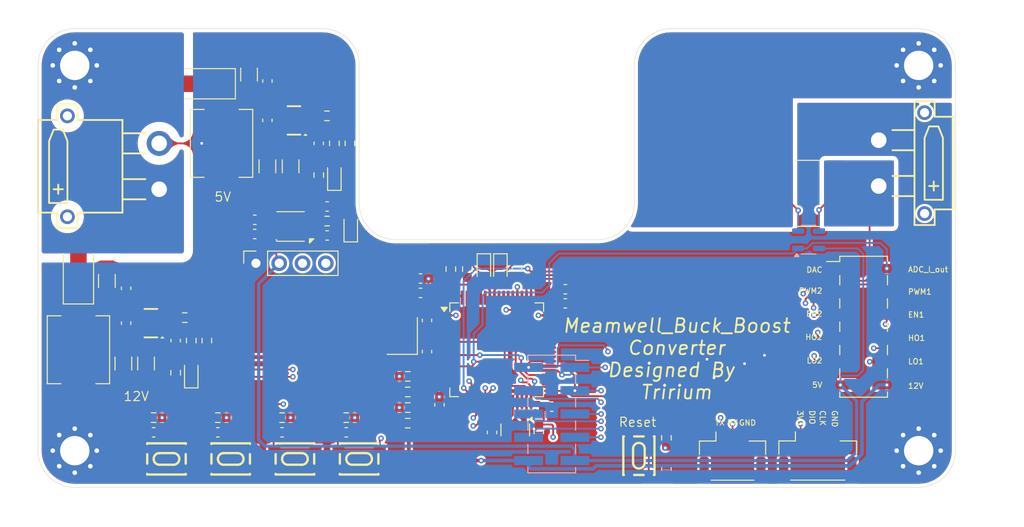
<source format=kicad_pcb>
(kicad_pcb (version 20240108) (generator "pcbnew") (generator_version "8.0")
  (layers (0 "F.Cu" power) (1 "In1.Cu" signal) (2 "In2.Cu" signal) (31 "B.Cu" power) (34 "B.Paste" user) (35 "F.Paste" user) (36 "B.SilkS" user "B.Silkscreen") (37 "F.SilkS" user "F.Silkscreen") (38 "B.Mask" user) (39 "F.Mask" user) (44 "Edge.Cuts" user))
  (net 0 "")
  (net 1 "3V3")
  (net 2 "GND")
  (net 3 "/MCU/VREF")
  (net 4 "/MCU/OSC_OUT")
  (net 5 "/MCU/OSC_IN")
  (net 6 "5V")
  (net 7 "/MCU/Protection_Sensor_Iout")
  (net 8 "Net-(D7-K)")
  (net 9 "Net-(D6-K)")
  (net 10 "Net-(U7-SW)")
  (net 11 "Net-(U7-BST)")
  (net 12 "Net-(U8-BST)")
  (net 13 "Net-(U8-SW)")
  (net 14 "Net-(U7-FB)")
  (net 15 "12V")
  (net 16 "Net-(U8-FB)")
  (net 17 "Net-(D3-A)")
  (net 18 "Net-(D5-A)")
  (net 19 "/MainCircuit/V_out+")
  (net 20 "Net-(D8-A)")
  (net 21 "Net-(D9-A)")
  (net 22 "Net-(D10-A)")
  (net 23 "/MCU/PWM1")
  (net 24 "/MCU/PWM2")
  (net 25 "/MCU/SWDIO")
  (net 26 "/MCU/SWCLK")
  (net 27 "/MCU/UART1_RX")
  (net 28 "/MCU/UART1_TX")
  (net 29 "Net-(U2-PB8)")
  (net 30 "/MCU/PB5")
  (net 31 "/MCU/PB4")
  (net 33 "V_in")
  (net 34 "/MCU/Protection_Sensor_Vin")
  (net 35 "Net-(U7-FS)")
  (net 36 "Net-(U8-FS)")
  (net 52 "/MCU/EN2")
  (net 55 "/MCU/OLED_SCL")
  (net 56 "/MCU/OLED_SDA")
  (net 57 "V_out")
  (net 59 "/MCU/LO2")
  (net 60 "/MCU/HO2")
  (net 61 "/MCU/LO1")
  (net 62 "/MCU/EN1")
  (net 63 "/MCU/HO1")
  (net 64 "/MCU/RESET")
  (net 66 "/MCU/Key2")
  (net 67 "/MCU/Key4")
  (net 68 "/MCU/Key1")
  (net 69 "/MCU/Key3")
  (net 72 "/MCU/Protection_Sensor_Vout")
  (net 76 "/MCU/DAC_out1")
  (footprint "Capacitor_SMD:C_0603_1608Metric_Pad1.08x0.95mm_HandSolder" (layer "F.Cu") (at 99.667978 126.305)
    (property "Reference" "C22" (hide yes))
    (property "Value" "100n")
  )
  (footprint "BuckBoost:XT30PW-F" (layer "F.Cu") (at 167.695 118.575 -90)
    (property "Reference" "J3" (hide yes))
    (property "Value" "Conn_01x02")
  )
  (footprint "Capacitor_SMD:C_0603_1608Metric_Pad1.08x0.95mm_HandSolder" (layer "F.Cu") (at 118.45 139.125 -90)
    (property "Reference" "C4" (hide yes))
    (property "Value" "10p")
  )
  (footprint "Resistor_SMD:R_0603_1608Metric_Pad0.98x0.95mm_HandSolder" (layer "F.Cu") (at 107.56 124.895)
    (property "Reference" "R18" (hide yes))
    (property "Value" "1K")
  )
  (footprint "Capacitor_SMD:C_0603_1608Metric_Pad1.08x0.95mm_HandSolder" (layer "F.Cu") (at 88.65 147.925 180)
    (property "Reference" "C12" (hide yes))
    (property "Value" "100n")
  )
  (footprint "Resistor_SMD:R_0603_1608Metric_Pad0.98x0.95mm_HandSolder" (layer "F.Cu") (at 108.35 116.425 -90)
    (property "Reference" "R21" (hide yes))
    (property "Value" "100k")
  )
  (footprint "Resistor_SMD:R_0603_1608Metric_Pad0.98x0.95mm_HandSolder" (layer "F.Cu") (at 128.25 130.125 90)
    (property "Reference" "R7" (hide yes))
    (property "Value" "1K")
  )
  (footprint "Resistor_SMD:R_0603_1608Metric_Pad0.98x0.95mm_HandSolder" (layer "F.Cu") (at 122.85 130.125 90)
    (property "Reference" "R5" (hide yes))
    (property "Value" "1K")
  )
  (footprint "Resistor_SMD:R_0603_1608Metric_Pad0.98x0.95mm_HandSolder" (layer "F.Cu") (at 92.75 137.925 -90)
    (property "Reference" "R19" (hide yes))
    (property "Value" "100k")
  )
  (footprint "Package_TO_SOT_SMD:SOT-23" (layer "F.Cu") (at 128.07 147.665 -90)
    (property "Reference" "U1" (hide yes))
    (property "Value" "REF3030")
  )
  (footprint "Capacitor_SMD:C_0603_1608Metric_Pad1.08x0.95mm_HandSolder" (layer "F.Cu") (at 99.68 124.755)
    (property "Reference" "C21" (hide yes))
    (property "Value" "4.7u")
  )
  (footprint "Resistor_SMD:R_0603_1608Metric_Pad0.98x0.95mm_HandSolder" (layer "F.Cu") (at 116.35 145.225)
    (property "Reference" "R12" (hide yes))
    (property "Value" "6k")
  )
  (footprint "Capacitor_SMD:C_0603_1608Metric_Pad1.08x0.95mm_HandSolder" (layer "F.Cu") (at 101.05 113.925 90)
    (property "Reference" "C28" (hide yes))
    (property "Value" "103")
  )
  (footprint "Capacitor_SMD:C_0603_1608Metric_Pad1.08x0.95mm_HandSolder" (layer "F.Cu") (at 130.64 147.935 90)
    (property "Reference" "C9" (hide yes))
    (property "Value" "100n")
  )
  (footprint "Resistor_SMD:R_0603_1608Metric_Pad0.98x0.95mm_HandSolder" (layer "F.Cu") (at 94.45 137.925 90)
    (property "Reference" "R20" (hide yes))
    (property "Value" "5.26k")
  )
  (footprint "Capacitor_SMD:C_1206_3216Metric_Pad1.33x1.80mm_HandSolder" (layer "F.Cu") (at 101.05 118.925 -90)
    (property "Reference" "C34" (hide yes))
    (property "Value" "22uf 0603")
  )
  (footprint "Package_QFP:LQFP-64_10x10mm_P0.5mm" (layer "F.Cu") (at 126.05 138.925)
    (property "Reference" "U2" (hide yes))
    (property "Value" "STM32G474RCTx")
  )
  (footprint "Resistor_SMD:R_0603_1608Metric_Pad0.98x0.95mm_HandSolder" (layer "F.Cu") (at 107.5425 113.425)
    (property "Reference" "R17" (hide yes))
    (property "Value" "100k")
  )
  (footprint "Crystal:Crystal_SMD_3225-4Pin_3.2x2.5mm" (layer "F.Cu") (at 115.75 137.425 90)
    (property "Reference" "Y1" (hide yes))
    (property "Value" "25M")
  )
  (footprint "Resistor_SMD:R_0603_1608Metric_Pad0.98x0.95mm_HandSolder" (layer "F.Cu") (at 116.35 141.825)
    (property "Reference" "R13" (hide yes))
    (property "Value" "6k")
  )
  (footprint "Resistor_SMD:R_0603_1608Metric_Pad0.98x0.95mm_HandSolder" (layer "F.Cu") (at 91.05 141.425 -90)
    (property "Reference" "R23" (hide yes))
    (property "Value" "1K")
  )
  (footprint "Resistor_SMD:R_0603_1608Metric_Pad0.98x0.95mm_HandSolder" (layer "F.Cu") (at 92.05 135.425)
    (property "Reference" "R16" (hide yes))
    (property "Value" "100k")
  )
  (footprint "Resistor_SMD:R_0603_1608Metric_Pad0.98x0.95mm_HandSolder" (layer "F.Cu") (at 121.05 130.125 90)
    (property "Reference" "R4" (hide yes))
    (property "Value" "10k")
  )
  (footprint "Inductor_SMD:L_Abracon_ASPI-0630LR" (layer "F.Cu") (at 80.45 138.925 -90)
    (property "Reference" "L1" (hide yes))
    (property "Value" "10uH")
  )
  (footprint "Resistor_SMD:R_0603_1608Metric_Pad0.98x0.95mm_HandSolder" (layer "F.Cu") (at 95.65 146.325 180)
    (property "Reference" "R9" (hide yes))
    (property "Value" "10k")
  )
  (footprint "Connector_PinHeader_2.54mm:PinHeader_2x06_P2.54mm_Vertical_SMD" (layer "F.Cu") (at 166.05 136.415)
    (property "Reference" "J4" (hide yes))
    (property "Value" "Conn_02x06_Odd_Even")
  )
  (footprint "BuckBoost:SW-SMD_4P-L4.2-W3.3-P2.15-LS5.1" (layer "F.Cu") (at 111.05 150.825 180)
    (property "Reference" "SW4" (hide yes))
    (property "Value" "SW_Push" (hide yes))
  )
  (footprint "Capacitor_SMD:C_0603_1608Metric_Pad1.08x0.95mm_HandSolder" (layer "F.Cu") (at 85.65 132.225 -90)
    (property "Reference" "C23" (hide yes))
    (property "Value" "100n")
  )
  (footprint "Connector_JST:JST_GH_SM03B-GHS-TB_1x03-1MP_P1.25mm_Horizontal" (layer "F.Cu") (at 151.76 150.585)
    (property "Reference" "J6" (hide yes))
    (property "Value" "Conn_01x03")
  )
  (footprint "BuckBoost:SW-SMD_4P-L4.2-W3.3-P2.15-LS5.1" (layer "F.Cu") (at 97.05 150.825 180)
    (property "Reference" "SW3" (hide yes))
    (property "Value" "SW_Push" (hide yes))
  )
  (footprint "LED_SMD:LED_0603_1608Metric_Pad1.05x0.95mm_HandSolder" (layer "F.Cu") (at 126.45 130.125 -90)
    (property "Reference" "D5" (hide yes))
    (property "Value" "green")
  )
  (footprint "Capacitor_SMD:C_0603_1608Metric_Pad1.08x0.95mm_HandSolder" (layer "F.Cu") (at 132.05 145.125 180)
    (property "Reference" "C7" (hide yes))
    (property "Value" "100n")
  )
  (footprint "Resistor_SMD:R_0603_1608Metric_Pad0.98x0.95mm_HandSolder" (layer "F.Cu") (at 102.65 146.325 180)
    (property "Reference" "R11" (hide yes))
    (property "Value" "10k")
  )
  (footprint "Resistor_SMD:R_0603_1608Metric_Pad0.98x0.95mm_HandSolder" (layer "F.Cu") (at 116.35 146.925)
    (property "Reference" "R14" (hide yes))
    (property "Value" "1k")
  )
  (footprint "BuckBoost:XT30PW-M" (layer "F.Cu") (at 89.25 118.925 90)
    (property "Reference" "J2" (hide yes))
    (property "Value" "Conn_01x02")
  )
  (footprint "BuckBoost:Resistance" (layer "F.Cu") (at 160.05 121.925)
    (property "Reference" "R2" (hide yes))
    (property "Value" "8m")
  )
  (footprint "LED_SMD:LED_0603_1608Metric_Pad1.05x0.95mm_HandSolder" (layer "F.Cu") (at 110.1375 125.505 90)
    (property "Reference" "D8" (hide yes))
    (property "Value" "LED")
  )
  (footprint "MountingHole:MountingHole_3.2mm_M3_Pad_Via" (layer "F.Cu") (at 172.05 149.925)
    (property "Reference" "H4" (hide yes))
    (property "Value" "MountingHole_Pad")
  )
  (footprint "BuckBoost:SOT-23-8" (layer "F.Cu") (at 103.95 113.925)
    (property "Reference" "U8" (hide yes))
    (property "Value" "SY8303")
  )
  (footprint "Capacitor_SMD:C_0603_1608Metric_Pad1.08x0.95mm_HandSolder" (layer "F.Cu") (at 101.05 109.625 -90)
    (property "Reference" "C24" (hide yes))
    (property "Value" "100n")
  )
  (footprint "MountingHole:MountingHole_3.2mm_M3_Pad_Via" (layer "F.Cu") (at 80.05 107.925)
    (property "Reference" "H1" (hide yes))
    (property "Value" "MountingHole_Pad")
  )
  (footprint "Resistor_SMD:R_0603_1608Metric_Pad0.98x0.95mm_HandSolder" (layer "F.Cu") (at 144.55 148.525 90)
    (property "Reference" "R3" (hide yes))
    (property "Value" "10k")
  )
  (footprint "Resistor_SMD:R_0603_1608Metric_Pad0.98x0.95mm_HandSolder" (layer "F.Cu") (at 116.35 143.525)
    (property "Reference" "R15" (hide yes))
    (property "Value" "1k")
  )
  (footprint "Diode_SMD:D_SMA" (layer "F.Cu") (at 94.05 109.925 180)
    (property "Reference" "D6" (hide yes))
    (property "Value" "B140-E3")
  )
  (footprint "Capacitor_SMD:C_0603_1608Metric_Pad1.08x0.95mm_HandSolder" (layer "F.Cu") (at 85.65 136.025 90)
    (property "Reference" "C27" (hide yes))
    (property "Value" "103")
  )
  (footprint "Capacitor_SMD:C_0603_1608Metric_Pad1.08x0.95mm_HandSolder" (layer "F.Cu") (at 109.65 147.925 180)
    (property "Reference" "C14" (hide yes))
    (property "Value" "100n")
  )
  (footprint "Connector_PinSocket_2.54mm:PinSocket_1x04_P2.54mm_Vertical" (layer "F.Cu") (at 99.8 129.495 90)
    (property "Reference" "J7" (hide yes))
    (property "Value" "Conn_01x04")
  )
  (footprint "Capacitor_SMD:C_0603_1608Metric_Pad1.08x0.95mm_HandSolder" (layer "F.Cu") (at 119.81 144.925 90)
    (property "Reference" "C10" (hide yes))
    (property "Value" "100n")
  )
  (footprint "Capacitor_SMD:C_0603_1608Metric_Pad1.08x0.95mm_HandSolder" (layer "F.Cu") (at 91.05 137.925 -90)
    (property "Reference" "C29" (hide yes))
    (property "Value" "101")
  )
  (footprint "MountingHole:MountingHole_3.2mm_M3_Pad_Via" (layer "F.Cu") (at 80.05 149.925)
    (property "Reference" "H2" (hide yes))
    (property "Value" "MountingHole_Pad")
  )
  (footprint "Resistor_SMD:R_0603_1608Metric_Pad0.98x0.95mm_HandSolder" (layer "F.Cu") (at 109.65 146.325 180)
    (property "Reference" "R10" (hide yes))
    (property "Value" "10k")
  )
  (footprint "Connector_JST:JST_GH_SM04B-GHS-TB_1x04-1MP_P1.25mm_Horizontal" (layer "F.Cu") (at 161.05 150.575)
    (property "Reference" "J5" (hide yes))
    (property "Value" "Conn_01x04")
  )
  (footprint "BuckBoost:SW-SMD_4P-L4.2-W3.3-P2.15-LS5.1" (layer "F.Cu") (at 104.05 150.825 180)
    (property "Reference" "SW5" (hide yes))
    (property "Value" "SW_Push" (hide yes))
  )
  (footprint "Capacitor_SMD:C_0603_1608Metric_Pad1.08x0.95mm_HandSolder" (layer "F.Cu") (at 133.53 132.325 180)
    (property "Reference" "C1" (hide yes))
    (property "Value" "100n")
  )
  (footprint "Capacitor_SMD:C_0603_1608Metric_Pad1.08x0.95mm_HandSolder" (layer "F.Cu") (at 107.56 126.465 180)
    (property "Reference" "C26" (hide yes))
    (property "Value" "100n")
  )
  (footprint "Capacitor_SMD:C_0603_1608Metric_Pad1.08x0.95mm_HandSolder" (layer "F.Cu") (at 125.54 147.9375 90)
    (property "Reference" "C2" (hide yes))
    (property "Value" "100n")
  )
  (footprint "Capacitor_SMD:C_0603_1608Metric_Pad1.08x0.95mm_HandSolder" (layer "F.Cu") (at 117.74 131.155)
    (property "Reference" "C11" (hide yes))
    (property "Value" "100n")
  )
  (footprint "Inductor_SMD:L_Abracon_ASPI-0630LR" (layer "F.Cu") (at 96.05 116.425 -90)
    (property "Reference" "L2" (hide yes))
    (property "Value" "15uH")
  )
  (footprint "LED_SMD:LED_0603_1608Metric_Pad1.05x0.95mm_HandSolder" (layer "F.Cu") (at 108.35 119.885 90)
    (property "Reference" "D10" (hide yes))
    (property "Value" "LED")
  )
  (footprint "Capacitor_SMD:C_1206_3216Metric_Pad1.33x1.80mm_HandSolder" (layer "F.Cu") (at 83.55 131.425 -90)
    (property "Reference" "C19" (hide yes))
    (property "Value" "106 1206")
  )
  (footprint "Resistor_SMD:R_0603_1608Metric_Pad0.98x0.95mm_HandSolder" (layer "F.Cu") (at 88.65 146.325 180)
    (property "Reference" "R8" (hide yes))
    (property "Value" "10k")
  )
  (footprint "Capacitor_SMD:C_0603_1608Metric_Pad1.08x0.95mm_HandSolder" (layer "F.Cu") (at 118.45 135.725 -90)
    (property "Reference" "C5" (hide yes))
    (property "Value" "10p")
  )
  (footprint "Capacitor_SMD:C_1206_3216Metric_Pad1.33x1.80mm_HandSolder" (layer "F.Cu") (at 87.82 140.425 -90)
    (property "Reference" "C31" (hide yes))
    (property "Value" "22uf 0603")
  )
  (footprint "Capacitor_SMD:C_0603_1608Metric_Pad1.08x0.95mm_HandSolder" (layer "F.Cu") (at 107.56 123.3025 180)
    (property "Reference" "C25" (hide yes))
    (property "Value" "4.7u")
  )
  (footprint "MountingHole:MountingHole_3.2mm_M3_Pad_Via" (layer "F.Cu") (at 172.05 107.925)
    (property "Reference" "H3" (hide yes))
    (property "Value" "MountingHole_Pad")
  )
  (footprint "LED_SMD:LED_0603_1608Metric_Pad1.05x0.95mm_HandSolder" (layer "F.Cu") (at 92.75 141.425 90)
    (property "Reference" "D9" (hide yes))
    (property "Value" "LED")
  )
  (footprint "Resistor_SMD:R_0603_1608Metric_Pad0.98x0.95mm_HandSolder" (layer "F.Cu") (at 110.05 116.4225 90)
    (property "Reference" "R22" (hide yes))
    (property "Value" "11.4k")
  )
  (footprint "Capacitor_SMD:C_0603_1608Metric_Pad1.08x0.95mm_HandSolder" (layer "F.Cu") (at 106.65 116.425 -90)
    (property "Reference" "C30" (hide yes))
    (property "Value" "101")
  )
  (footprint "Capacitor_SMD:C_0603_1608Metric_Pad1.08x0.95mm_HandSolder" (layer "F.Cu") (at 133.5275 133.865 180)
    (property "Reference" "C8" (hide yes))
    (property "Value" "100n")
  )
  (footprint "Capacitor_SMD:C_1206_3216Metric_Pad1.33x1.80mm_HandSolder" (layer "F.Cu") (at 85.35 140.425 -90)
    (property "Reference" "C33" (hide yes))
    (property "Value" "22uf 0603")
  )
  (footprint "Resistor_SMD:R_0603_1608Metric_Pad0.98x0.95mm_HandSolder" (layer "F.Cu") (at 106.65 119.88 -90)
    (property "Reference" "R24" (hide yes))
    (property "Value" "1K")
  )
  (footprint "BuckBoost:SW-SMD_4P-L4.2-W3.3-P2.15-LS5.1" (layer "F.Cu") (at 141.55 150.475 90)
    (property "Reference" "SW1" (hide yes))
    (property "Value" "SW_Push" (hide yes))
  )
  (footprint "BuckBoost:SW-SMD_4P-L4.2-W3.3-P2.15-LS5.1" (layer "F.Cu") (at 90.05 150.825 180)
    (property "Reference" "SW2" (hide yes))
    (property "Value" "SW_Push" (hide yes))
  )
  (footprint "Capacitor_SMD:C_1206_3216Metric_Pad1.33x1.80mm_HandSolder" (layer "F.Cu") (at 103.58 118.925 -90)
    (property "Reference" "C32" (hide yes))
    (property "Value" "22uf 0603")
  )
  (footprint "BuckBoost:SOT-23-8" (layer "F.Cu") (at 88.35 136.025)
    (property "Reference" "U7" (hide yes))
    (property "Value" "SY8303")
  )
  (footprint "Diode_SMD:D_SMA" (layer "F.Cu") (at 80.45 130.425 90)
    (property "Reference" "D7" (hide yes))
    (property "Value" "B140-E3")
  )
  (footprint "Capacitor_SMD:C_0603_1608Metric_Pad1.08x0.95mm_HandSolder" (layer "F.Cu") (at 144.55 151.925 -90)
    (property "Reference" "C3" (hide yes))
    (property "Value" "100n")
  )
  (footprint "Package_DFN_QFN:DFN-8-1EP_3x3mm_P0.65mm_EP1.55x2.4mm" (layer "F.Cu") (at 103.58 125.485 180)
    (property "Reference" "U6" (hide yes))
    (property "Value" "AP7361C")
  )
  (footprint "Capacitor_SMD:C_0603_1608Metric_Pad1.08x0.95mm_HandSolder" (layer "F.Cu") (at 117.7475 132.725)
    (property "Reference" "C6" (hide yes))
    (property "Value" "100n")
  )
  (footprint "LED_SMD:LED_0603_1608Metric_Pad1.05x0.95mm_HandSolder" (layer "F.Cu") (at 124.65 130.125 -90)
    (property "Reference" "D3" (hide yes))
    (property "Value" "blue")
  )
  (footprint "Capacitor_SMD:C_1206_3216Metric_Pad1.33x1.80mm_HandSolder" (layer "F.Cu") (at 99.05 108.925 -90)
    (property "Reference" "C20" (hide yes))
    (property "Value" "106 1206")
  )
  (footprint "Capacitor_SMD:C_0603_1608Metric_Pad1.08x0.95mm_HandSolder" (layer "F.Cu") (at 95.65 147.925 180)
    (property "Reference" "C13" (hide yes))
    (property "Value" "100n")
  )
  (footprint "Capacitor_SMD:C_0603_1608Metric_Pad1.08x0.95mm_HandSolder" (layer "F.Cu") (at 102.65 147.925 180)
    (property "Reference" "C15" (hide yes))
    (property "Value" "100n")
  )
  (footprint "Package_TO_SOT_SMD:SOT-23-5" (layer "B.Cu") (at 160.05 126.925)
    (property "Reference" "U3" (hide yes))
    (property "Value" "INA180A3")
  )
  (footprint "Connector_PinHeader_2.54mm:PinHeader_2x05_P2.54mm_Vertical_SMD" (layer "B.Cu") (at 132.05 145.925 180)
    (property "Reference" "J8" (hide yes))
    (property "Value" "Conn_02x05_Odd_Even")
  )
  (gr_arc (start 107.05 103.925) (mid 109.878427 105.096573) (end 111.05 107.925) (stroke (width 0.05)) (layer "Edge.Cuts"))
  (gr_arc (start 141.05 107.925) (mid 142.221573 105.096573) (end 145.05 103.925) (stroke (width 0.05)) (layer "Edge.Cuts"))
  (gr_line (start 176.05 149.925) (end 176.05 107.925) (stroke (width 0.05)) (layer "Edge.Cuts"))
  (gr_line (start 111.05 107.925) (end 111.05 122.925) (stroke (width 0.05)) (layer "Edge.Cuts"))
  (gr_arc (start 172.05 103.925) (mid 174.878427 105.096573) (end 176.05 107.925) (stroke (width 0.05)) (layer "Edge.Cuts"))
  (gr_line (start 141.05 107.925) (end 141.05 122.925) (stroke (width 0.05)) (layer "Edge.Cuts"))
  (gr_arc (start 141.05 122.925) (mid 139.878427 125.753427) (end 137.05 126.925) (stroke (width 0.05)) (layer "Edge.Cuts"))
  (gr_arc (start 80.05 153.925) (mid 77.221573 152.753427) (end 76.05 149.925) (stroke (width 0.05)) (layer "Edge.Cuts"))
  (gr_line (start 76.05 149.925) (end 76.05 107.925) (stroke (width 0.05)) (layer "Edge.Cuts"))
  (gr_line (start 115.05 126.925) (end 137.05 126.925) (stroke (width 0.05)) (layer "Edge.Cuts"))
  (gr_line (start 172.05 153.925) (end 80.05 153.925) (stroke (width 0.05)) (layer "Edge.Cuts"))
  (gr_line (start 107.05 103.925) (end 80.05 103.925) (stroke (width 0.05)) (layer "Edge.Cuts"))
  (gr_line (start 172.05 103.925) (end 145.05 103.925) (stroke (width 0.05)) (layer "Edge.Cuts"))
  (gr_arc (start 115.05 126.925) (mid 112.221573 125.753427) (end 111.05 122.925) (stroke (width 0.05)) (layer "Edge.Cuts"))
  (gr_arc (start 176.05 149.925) (mid 174.878427 152.753427) (end 172.05 153.925) (stroke (width 0.05)) (layer "Edge.Cuts"))
  (gr_arc (start 76.05 107.925) (mid 77.221573 105.096573) (end 80.05 103.925) (stroke (width 0.05)) (layer "Edge.Cuts"))
  (gr_text "RX" (at 151.11 147.235 0) (layer "F.SilkS") (effects (font (size 0.6 0.6) (thickness 0.1)) (justify left bottom)))
  (gr_text "GND\n" (at 162.54 145.465 270) (layer "F.SilkS") (effects (font (size 0.6 0.6) (thickness 0.1)) (justify left bottom)))
  (gr_text "PWM1\n\n\n" (at 170.84 134.885 0) (layer "F.SilkS") (effects (font (size 0.6 0.6) (thickness 0.1)) (justify left bottom)))
  (gr_text "DIO\n" (at 160.08 145.465 -90) (layer "F.SilkS") (effects (font (size 0.6 0.6) (thickness 0.1)) (justify left bottom)))
  (gr_text "GND\n" (at 152.41 147.235 0) (layer "F.SilkS") (effects (font (size 0.6 0.6) (thickness 0.1)) (justify left bottom)))
  (gr_text "3V3\n" (at 158.78 145.465 -90) (layer "F.SilkS") (effects (font (size 0.6 0.6) (thickness 0.1)) (justify left bottom)))
  (gr_text "HO2\n\n" (at 159.644286 138.865 0) (layer "F.SilkS") (effects (font (size 0.6 0.6) (thickness 0.1)) (justify left bottom)))
  (gr_text "HO1\n\n" (at 170.84 138.965 0) (layer "F.SilkS") (effects (font (size 0.6 0.6) (thickness 0.1)) (justify left bottom)))
  (gr_text "Reset" (at 139.28 147.405 0) (layer "F.SilkS") (effects (font (size 1 1) (thickness 0.12)) (justify left bottom)))
  (gr_text "5V" (at 95.21 122.845 0) (layer "F.SilkS") (effects (font (size 1 1) (thickness 0.12)) (justify left bottom)))
  (gr_text "LO1\n\n" (at 170.84 141.525 0) (layer "F.SilkS") (effects (font (size 0.6 0.6) (thickness 0.1)) (justify left bottom)))
  (gr_text "CLK\n" (at 161.23 145.465 270) (layer "F.SilkS") (effects (font (size 0.6 0.6) (thickness 0.1)) (justify left bottom)))
  (gr_text "5V\n" (at 160.387142 143.115 0) (layer "F.SilkS") (effects (font (size 0.6 0.6) (thickness 0.1)) (justify left bottom)))
  (gr_text "DAC\n" (at 159.758571 130.565 0) (layer "F.SilkS") (effects (font (size 0.6 0.6) (thickness 0.1)) (justify left bottom)))
  (gr_text "Meamwell_Buck_Boost\nConverter\nDesigned By \nTririum" (at 145.65 144.425 0) (layer "F.SilkS") (effects (font (size 1.5 1.5) (thickness 0.2) (bold yes) (italic yes)) (justify bottom)))
  (gr_text "EN2\n\n" (at 159.73 136.325 0) (layer "F.SilkS") (effects (font (size 0.6 0.6) (thickness 0.1)) (justify left bottom)))
  (gr_text "ADC_I_out\n" (at 170.84 130.525 0) (layer "F.SilkS") (effects (font (size 0.6 0.6) (thickness 0.1)) (justify left bottom)))
  (gr_text "TX" (at 149.79 147.235 0) (layer "F.SilkS") (effects (font (size 0.6 0.6) (thickness 0.1)) (justify left bottom)))
  (gr_text "PWM2\n\n\n" (at 158.93 134.785 0) (layer "F.SilkS") (effects (font (size 0.6 0.6) (thickness 0.1)) (justify left bottom)))
  (gr_text "LO2\n\n" (at 159.787143 141.425 0) (layer "F.SilkS") (effects (font (size 0.6 0.6) (thickness 0.1)) (justify left bottom)))
  (gr_text "12V\n" (at 170.84 143.215 0) (layer "F.SilkS") (effects (font (size 0.6 0.6) (thickness 0.1)) (justify left bottom)))
  (gr_text "12V" (at 85.3 144.595 0) (layer "F.SilkS") (effects (font (size 1 1) (thickness 0.12)) (justify left bottom)))
  (gr_text "EN1\n\n" (at 170.84 136.425 0) (layer "F.SilkS") (effects (font (size 0.6 0.6) (thickness 0.1)) (justify left bottom)))
  (segment (start 118.61 131.185) (end 118.6025 131.1925) (width 0.2) (layer "F.Cu") (net 1))
  (segment (start 132.6675 132.325) (end 132.6675 133.8625) (width 0.2) (layer "F.Cu") (net 1))
  (segment (start 120.375 142.675) (end 120.375 143.47) (width 0.2) (layer "F.Cu") (net 1))
  (segment (start 132.6675 133.8625) (end 132.665 133.865) (width 0.2) (layer "F.Cu") (net 1))
  (segment (start 119.79 144.055) (end 119.79 144.0825) (width 0.2) (layer "F.Cu") (net 1))
  (segment (start 107.19 127.765) (end 118.36 127.765) (width 0.2) (layer "F.Cu") (net 1))
  (segment (start 105.13 126.46) (end 106.6925 126.46) (width 0.2) (layer "F.Cu") (net 1))
  (segment (start 128.3 144.6) (end 128.3 146.0075) (width 0.2) (layer "F.Cu") (net 1))
  (segment (start 131.725 135.175) (end 130.6 135.175) (width 0.2) (layer "F.Cu") (net 1))
  (segment (start 119.79 144.0825) (end 119.81 144.0625) (width 0.2) (layer "F.Cu") (net 1))
  (segment (start 128.3 146.0075) (end 129.02 146.7275) (width 0.2) (layer "F.Cu") (net 1))
  (segment (start 132.665 134.87) (end 132.36 135.175) (width 0.2) (layer "F.Cu") (net 1))
  (segment (start 132.665 133.865) (end 132.665 134.87) (width 0.2) (layer "F.Cu") (net 1))
  (segment (start 106.6975 127.2725) (end 107.19 127.765) (width 0.2) (layer "F.Cu") (net 1))
  (segment (start 159.18 146.995) (end 159.175 147) (width 0.2) (layer "F.Cu") (net 1))
  (segment (start 132.0475 147.0725) (end 132.2 147.225) (width 0.2) (layer "F.Cu") (net 1))
  (segment (start 131.1875 146.525) (end 130.64 147.0725) (width 0.2) (layer "F.Cu") (net 1))
  (segment (start 130.64 147.0725) (end 132.0475 147.0725) (width 0.2) (layer "F.Cu") (net 1))
  (segment (start 132.36 135.175) (end 131.725 135.175) (width 0.2) (layer "F.Cu") (net 1))
  (segment (start 106.6975 123.3025) (end 106.6975 126.465) (width 0.2) (layer "F.Cu") (net 1))
  (segment (start 130.6375 147.075) (end 130.64 147.0725) (width 0.2) (layer "F.Cu") (net 1))
  (segment (start 129.3675 147.075) (end 130.6375 147.075) (width 0.2) (layer "F.Cu") (net 1))
  (segment (start 118.6025 131.1925) (end 118.6025 132.7175) (width 0.2) (layer "F.Cu") (net 1))
  (segment (start 130.6625 144.6) (end 131.1875 145.125) (width 0.2) (layer "F.Cu") (net 1))
  (segment (start 118.6025 132.7175) (end 118.61 132.725) (width 0.2) (layer "F.Cu") (net 1))
  (segment (start 120.375 143.47) (end 119.79 144.055) (width 0.2) (layer "F.Cu") (net 1))
  (segment (start 106.6975 126.465) (end 106.6975 127.2725) (width 0.2) (layer "F.Cu") (net 1))
  (segment (start 118.6025 131.155) (end 118.6025 131.1775) (width 0.2) (layer "F.Cu") (net 1))
  (segment (start 121.775 132.725) (end 118.61 132.725) (width 0.2) (layer "F.Cu") (net 1))
  (segment (start 129.8 144.6) (end 130.6625 144.6) (width 0.2) (layer "F.Cu") (net 1))
  (segment (start 131.1875 145.125) (end 131.1875 146.525) (width 0.2) (layer "F.Cu") (net 1))
  (segment (start 106.6925 126.46) (end 106.6975 126.465) (width 0.2) (layer "F.Cu") (net 1))
  (segment (start 121.6 135.175) (end 120.375 135.175) (width 0.2) (layer "F.Cu") (net 1))
  (segment (start 118.36 127.765) (end 118.6025 128.0075) (width 0.2) (layer "F.Cu") (net 1))
  (segment (start 132.2 147.225) (end 132.2 148.445) (width 0.2) (layer "F.Cu") (net 1))
  (segment (start 122.3 133.25) (end 121.775 132.725) (width 0.2) (layer "F.Cu") (net 1))
  (segment (start 118.6025 128.0075) (end 118.6025 131.155) (width 0.2) (layer "F.Cu") (net 1))
  (segment (start 118.6025 131.1775) (end 118.61 131.185) (width 0.2) (layer "F.Cu") (net 1))
  (segment (start 129.02 146.7275) (end 129.3675 147.075) (width 0.2) (layer "F.Cu") (net 1))
  (segment (start 159.175 147) (end 159.175 148.725) (width 0.2) (layer "F.Cu") (net 1))
  (via (at 119.79 144.055) (size 0.6) (drill 0.3) (layers "F.Cu" "B.Cu") (net 1))
  (via (at 110.57 146.325) (size 0.6) (drill 0.3) (layers "F.Cu" "B.Cu") (net 1))
  (via (at 144.43 149.625) (size 0.6) (drill 0.3) (layers "F.Cu" "B.Cu") (net 1))
  (via (at 130.6 135.175) (size 0.6) (drill 0.3) (layers "F.Cu" "B.Cu") (net 1))
  (via (at 132.2 148.445) (size 0.6) (drill 0.3) (layers "F.Cu" "B.Cu") (net 1))
  (via (at 118.61 131.185) (size 0.6) (drill 0.3) (layers "F.Cu" "B.Cu") (net 1))
  (via (at 121.6 135.175) (size 0.6) (drill 0.3) (layers "F.Cu" "B.Cu") (net 1))
  (via (at 103.57 146.325) (size 0.6) (drill 0.3) (layers "F.Cu" "B.Cu") (net 1))
  (via (at 159.18 146.995) (size 0.6) (drill 0.3) (layers "F.Cu" "B.Cu") (net 1))
  (via (at 96.59 146.325) (size 0.6) (drill 0.3) (layers "F.Cu" "B.Cu") (net 1))
  (via (at 89.57 146.325) (size 0.6) (drill 0.3) (layers "F.Cu" "B.Cu") (net 1))
  (segment (start 127.03241 145.675) (end 125.3 145.675) (width 0.2) (layer "F.Cu") (net 2))
  (segment (start 127.3 143.765) (end 127.3 144.6) (width 0.2) (layer "F.Cu") (net 2))
  (segment (start 127.54 143.525) (end 127.3 143.765) (width 0.2) (layer "F.Cu") (net 2))
  (segment (start 129.3 143.775) (end 129.05 143.525) (width 0.2) (layer "F.Cu") (net 2))
  (segment (start 93.89 116.425) (end 89.25 116.425) (width 0.2) (layer "F.Cu") (net 2))
  (segment (start 125.3 145.675) (end 124.75 146.225) (width 0.2) (layer "F.Cu") (net 2))
  (segment (start 124.75 148.415) (end 125.135 148.8) (width 0.2) (layer "F.Cu") (net 2))
  (segment (start 129.3 144.6) (end 129.3 143.775) (width 0.2) (layer "F.Cu") (net 2))
  (segment (start 125.135 148.8) (end 125.54 148.8) (width 0.2) (layer "F.Cu") (net 2))
  (segment (start 129.05 143.525) (end 127.54 143.525) (width 0.2) (layer "F.Cu") (net 2))
  (segment (start 124.75 146.225) (end 124.75 148.415) (width 0.2) (layer "F.Cu") (net 2))
  (segment (start 127.3 145.40741) (end 127.03241 145.675) (width 0.2) (layer "F.Cu") (net 2))
  (segment (start 127.3 144.6) (end 127.3 145.40741) (width 0.2) (layer "F.Cu") (net 2))
  (via (at 148.97 139.955) (size 0.6) (drill 0.3) (layers "F.Cu" "B.Cu") (net 2))
  (via (at 155.24 139.525) (size 0.6) (drill 0.3) (layers "F.Cu" "B.Cu") (net 2))
  (via (at 93.89 116.425) (size 0.6) (drill 0.3) (layers "F.Cu" "B.Cu") (net 2))
  (via (at 153.07 140.445) (size 0.6) (drill 0.3) (layers "F.Cu" "B.Cu") (net 2))
  (via (at 149.74 141.985) (size 0.6) (drill 0.3) (layers "F.Cu" "B.Cu") (net 2))
  (segment (start 127.8 146.0475) (end 127.12 146.7275) (width 0.2) (layer "F.Cu") (net 3))
  (segment (start 127.12 146.7275) (end 125.8875 146.7275) (width 0.2) (layer "F.Cu") (net 3))
  (segment (start 127.8 144.6) (end 127.8 146.0475) (width 0.2) (layer "F.Cu") (net 3))
  (segment (start 125.8875 146.7275) (end 125.54 147.075) (width 0.2) (layer "F.Cu") (net 3))
  (segment (start 119.0375 137.675) (end 118.45 138.2625) (width 0.2) (layer "F.Cu") (net 4))
  (segment (start 120.375 137.675) (end 119.0375 137.675) (width 0.2) (layer "F.Cu") (net 4))
  (segment (start 118.45 138.2625) (end 116.8625 138.2625) (width 0.2) (layer "F.Cu") (net 4))
  (segment (start 116.8625 138.2625) (end 116.6 138.525) (width 0.2) (layer "F.Cu") (net 4))
  (segment (start 119.0375 137.175) (end 118.45 136.5875) (width 0.2) (layer "F.Cu") (net 5))
  (segment (start 117.7125 137.325) (end 115.7 137.325) (width 0.2) (layer "F.Cu") (net 5))
  (segment (start 115.7 137.325) (end 114.9 136.525) (width 0.2) (layer "F.Cu") (net 5))
  (segment (start 114.9 136.525) (end 114.9 136.325) (width 0.2) (layer "F.Cu") (net 5))
  (segment (start 118.45 136.5875) (end 117.7125 137.325) (width 0.2) (layer "F.Cu") (net 5))
  (segment (start 120.375 137.175) (end 119.0375 137.175) (width 0.2) (layer "F.Cu") (net 5))
  (segment (start 100.5425 124.755) (end 100.5425 126.292978) (width 0.2) (layer "F.Cu") (net 6))
  (segment (start 103.58 120.4875) (end 103.58 119.495) (width 0.2) (layer "F.Cu") (net 6))
  (segment (start 102.03 126.46) (end 102.03 129.185) (width 0.2) (layer "F.Cu") (net 6))
  (segment (start 106.2725 119.345) (end 106.65 118.9675) (width 0.2) (layer "F.Cu") (net 6))
  (segment (start 102.03 129.185) (end 102.34 129.495) (width 0.2) (layer "F.Cu") (net 6))
  (segment (start 102.03 124.51) (end 100.7875 124.51) (width 0.2) (layer "F.Cu") (net 6))
  (segment (start 103.73 119.345) (end 106.2725 119.345) (width 0.2) (layer "F.Cu") (net 6))
  (segment (start 106.65 117.2875) (end 108.3 117.2875) (width 0.2) (layer "F.Cu") (net 6))
  (segment (start 108.3 117.2875) (end 108.35 117.3375) (width 0.2) (layer "F.Cu") (net 6))
  (segment (start 102.03 124.51) (end 102.03 122.815) (width 0.2) (layer "F.Cu") (net 6))
  (segment (start 102.03 126.46) (end 100.685478 126.46) (width 0.2) (layer "F.Cu") (net 6))
  (segment (start 106.65 117.2875) (end 106.65 118.9675) (width 0.2) (layer "F.Cu") (net 6))
  (segment (start 100.685478 126.46) (end 100.530478 126.305) (width 0.2) (layer "F.Cu") (net 6))
  (segment (start 102.03 122.815) (end 102.37 122.475) (width 0.2) (layer "F.Cu") (net 6))
  (segment (start 100.7875 124.51) (end 100.5425 124.755) (width 0.2) (layer "F.Cu") (net 6))
  (segment (start 103.27 122.475) (end 103.58 122.165) (width 0.2) (layer "F.Cu") (net 6))
  (segment (start 103.58 119.495) (end 103.73 119.345) (width 0.2) (layer "F.Cu") (net 6))
  (segment (start 103.58 122.165) (end 103.58 120.4875) (width 0.2) (layer "F.Cu") (net 6))
  (segment (start 102.37 122.475) (end 103.27 122.475) (width 0.2) (layer "F.Cu") (net 6))
  (segment (start 100.5425 126.292978) (end 100.530478 126.305) (width 0.2) (layer "F.Cu") (net 6))
  (via (at 163.525 142.765) (size 0.6) (drill 0.3) (layers "F.Cu" "B.Cu") (net 6))
  (segment (start 163.525 141.95) (end 163.525 142.765) (width 0.2) (layer "B.Cu") (net 6))
  (segment (start 100.79 149.435) (end 100.1 148.745) (width 0.35) (layer "B.Cu") (net 6))
  (segment (start 161.1875 127.875) (end 165.41 127.875) (width 0.2) (layer "B.Cu") (net 6))
  (segment (start 165.29 144.53) (end 163.525 142.765) (width 0.35) (layer "B.Cu") (net 6))
  (segment (start 100.1 131.735) (end 102.34 129.495) (width 0.35) (layer "B.Cu") (net 6))
  (segment (start 166.01 128.475) (end 166.01 141.175) (width 0.2) (layer "B.Cu") (net 6))
  (segment (start 134.575 151.005) (end 134.575 149.79) (width 0.35) (layer "B.Cu") (net 6))
  (segment (start 165.41 127.875) (end 166.01 128.475) (width 0.2) (layer "B.Cu") (net 6))
  (segment (start 134.22 149.435) (end 100.79 149.435) (width 0.35) (layer "B.Cu") (net 6))
  (segment (start 165.29 150.035) (end 165.29 144.53) (width 0.35) (layer "B.Cu") (net 6))
  (segment (start 134.575 149.79) (end 134.22 149.435) (width 0.35) (layer "B.Cu") (net 6))
  (segment (start 163.73 141.745) (end 163.525 141.95) (width 0.2) (layer "B.Cu") (net 6))
  (segment (start 166.01 141.175) (end 165.44 141.745) (width 0.2) (layer "B.Cu") (net 6))
  (segment (start 134.575 151.005) (end 164.32 151.005) (width 0.35) (layer "B.Cu") (net 6))
  (segment (start 164.32 151.005) (end 165.29 150.035) (width 0.35) (layer "B.Cu") (net 6))
  (segment (start 165.44 141.745) (end 163.73 141.745) (width 0.2) (layer "B.Cu") (net 6))
  (segment (start 100.1 148.745) (end 100.1 131.735) (width 0.35) (layer "B.Cu") (net 6))
  (segment (start 123.54 140.535) (end 123.34 140.735) (width 0.2) (layer "F.Cu") (net 7))
  (segment (start 123.34 140.735) (end 121.93 140.735) (width 0.2) (layer "F.Cu") (net 7))
  (segment (start 121.93 140.735) (end 121.49 141.175) (width 0.2) (layer "F.Cu") (net 7))
  (segment (start 123.54 140.225) (end 125.97 140.225) (width 0.2) (layer "F.Cu") (net 7))
  (segment (start 121.49 141.175) (end 120.375 141.175) (width 0.2) (layer "F.Cu") (net 7))
  (segment (start 126.3 140.555) (end 126.3 144.6) (width 0.2) (layer "F.Cu") (net 7))
  (segment (start 125.97 140.225) (end 126.3 140.555) (width 0.2) (layer "F.Cu") (net 7))
  (segment (start 123.54 140.225) (end 123.54 140.535) (width 0.2) (layer "F.Cu") (net 7))
  (via (at 168.575 130.065) (size 0.6) (drill 0.3) (layers "F.Cu" "B.Cu") (net 7))
  (via (at 123.54 140.225) (size 0.6) (drill 0.3) (layers "F.Cu" "B.Cu") (net 7))
  (segment (start 123.54 137.195) (end 124.51 136.225) (width 0.2) (layer "B.Cu") (net 7))
  (segment (start 131.01 132.685) (end 131.77 131.925) (width 0.2) (layer "B.Cu") (net 7))
  (segment (start 160.484448 127.275) (end 167.89 127.275) (width 0.2) (layer "B.Cu") (net 7))
  (segment (start 159.884448 127.875) (end 160.484448 127.275) (width 0.2) (layer "B.Cu") (net 7))
  (segment (start 158.3525 128.435) (end 158.9125 127.875) (width 0.2) (layer "B.Cu") (net 7))
  (segment (start 124.51 136.225) (end 124.51 133.035) (width 0.2) (layer "B.Cu") (net 7))
  (segment (start 167.89 127.275) (end 168.575 127.96) (width 0.2) (layer "B.Cu") (net 7))
  (segment (start 131.77 129.485) (end 132.82 128.435) (width 0.2) (layer "B.Cu") (net 7))
  (segment (start 124.86 132.685) (end 131.01 132.685) (width 0.2) (layer "B.Cu") (net 7))
  (segment (start 158.9125 127.875) (end 159.884448 127.875) (width 0.2) (layer "B.Cu") (net 7))
  (segment (start 124.51 133.035) (end 124.86 132.685) (width 0.2) (layer "B.Cu") (net 7))
  (segment (start 123.54 140.225) (end 123.54 137.195) (width 0.2) (layer "B.Cu") (net 7))
  (segment (start 168.575 127.96) (end 168.575 130.065) (width 0.2) (layer "B.Cu") (net 7))
  (segment (start 132.82 128.435) (end 158.3525 128.435) (width 0.2) (layer "B.Cu") (net 7))
  (segment (start 131.77 131.925) (end 131.77 129.485) (width 0.2) (layer "B.Cu") (net 7))
  (segment (start 87.1 133.435) (end 86.7525 133.0875) (width 0.2) (layer "F.Cu") (net 8))
  (segment (start 87.75 135.350001) (end 87.75 136.663104) (width 0.2) (layer "F.Cu") (net 8))
  (segment (start 87.1 135.05) (end 87.1 133.435) (width 0.2) (layer "F.Cu") (net 8))
  (segment (start 87.75 136.663104) (end 87.413104 137) (width 0.2) (layer "F.Cu") (net 8))
  (segment (start 87.1 135.05) (end 87.449999 135.05) (width 0.2) (layer "F.Cu") (net 8))
  (segment (start 87.413104 137) (end 87.1 137) (width 0.2) (layer "F.Cu") (net 8))
  (segment (start 86.7525 133.0875) (end 85.65 133.0875) (width 0.2) (layer "F.Cu") (net 8))
  (segment (start 87.449999 135.05) (end 87.75 135.350001) (width 0.2) (layer "F.Cu") (net 8))
  (segment (start 103.35 114.565) (end 103.015 114.9) (width 0.2) (layer "F.Cu") (net 9))
  (segment (start 102.7 110.825) (end 102.7 112.95) (width 0.2) (layer "F.Cu") (net 9))
  (segment (start 102.3625 110.4875) (end 102.7 110.825) (width 0.2) (layer "F.Cu") (net 9))
  (segment (start 101.05 110.4875) (end 102.3625 110.4875) (width 0.2) (layer "F.Cu") (net 9))
  (segment (start 103.35 113.250001) (end 103.35 114.565) (width 0.2) (layer "F.Cu") (net 9))
  (segment (start 103.049999 112.95) (end 103.35 113.250001) (width 0.2) (layer "F.Cu") (net 9))
  (segment (start 103.015 114.9) (end 102.7 114.9) (width 0.2) (layer "F.Cu") (net 9))
  (segment (start 102.7 112.95) (end 103.049999 112.95) (width 0.2) (layer "F.Cu") (net 9))
  (segment (start 86.1875 135.7) (end 85.65 135.1625) (width 0.2) (layer "F.Cu") (net 10))
  (segment (start 87.1 135.7) (end 86.1875 135.7) (width 0.2) (layer "F.Cu") (net 10))
  (segment (start 87.1 136.35) (end 86.1875 136.35) (width 0.2) (layer "F.Cu") (net 11))
  (segment (start 86.1875 136.35) (end 85.65 136.8875) (width 0.2) (layer "F.Cu") (net 11))
  (segment (start 102.7 114.25) (end 101.5875 114.25) (width 0.2) (layer "F.Cu") (net 12))
  (segment (start 101.5875 114.25) (end 101.05 114.7875) (width 0.2) (layer "F.Cu") (net 12))
  (segment (start 101.5875 113.6) (end 101.05 113.0625) (width 0.2) (layer "F.Cu") (net 13))
  (segment (start 102.7 113.6) (end 101.5875 113.6) (width 0.2) (layer "F.Cu") (net 13))
  (segment (start 94.4375 137) (end 94.45 137.0125) (width 0.2) (layer "F.Cu") (net 14))
  (segment (start 89.6 137) (end 94.4375 137) (width 0.2) (layer "F.Cu") (net 14))
  (segment (start 112.98 140.195) (end 112.51 139.725) (width 0.4) (layer "F.Cu") (net 15))
  (segment (start 116.47 150.445) (end 116.47 148.575) (width 0.4) (layer "F.Cu") (net 15))
  (segment (start 112.98 146.215) (end 112.98 140.195) (width 0.4) (layer "F.Cu") (net 15))
  (segment (start 124.36 151.005) (end 117.03 151.005) (width 0.4) (layer "F.Cu") (net 15))
  (segment (start 87.82 140.695) (end 88.0025 140.5125) (width 0.2) (layer "F.Cu") (net 15))
  (segment (start 91.05 138.7875) (end 91.05 140.5125) (width 0.2) (layer "F.Cu") (net 15))
  (segment (start 93.6375 139.725) (end 92.75 138.8375) (width 0.4) (layer "F.Cu") (net 15))
  (segment (start 117.03 151.005) (end 116.47 150.445) (width 0.4) (layer "F.Cu") (net 15))
  (segment (start 114.84 148.075) (end 112.98 146.215) (width 0.4) (layer "F.Cu") (net 15))
  (segment (start 92.7 138.7875) (end 92.75 138.8375) (width 0.2) (layer "F.Cu") (net 15))
  (segment (start 112.51 139.725) (end 93.6375 139.725) (width 0.4) (layer "F.Cu") (net 15))
  (segment (start 87.82 141.9875) (end 87.82 140.695) (width 0.2) (layer "F.Cu") (net 15))
  (segment (start 115.97 148.075) (end 114.84 148.075) (width 0.4) (layer "F.Cu") (net 15))
  (segment (start 116.47 148.575) (end 115.97 148.075) (width 0.4) (layer "F.Cu") (net 15))
  (segment (start 91.05 138.7875) (end 92.7 138.7875) (width 0.2) (layer "F.Cu") (net 15))
  (segment (start 88.0025 140.5125) (end 91.05 140.5125) (width 0.2) (layer "F.Cu") (net 15))
  (via (at 168.575 142.765) (size 0.6) (drill 0.3) (layers "F.Cu" "B.Cu") (net 15))
  (via (at 124.36 151.005) (size 0.6) (drill 0.3) (layers "F.Cu" "B.Cu") (net 15))
  (segment (start 129.525 151.005) (end 129.525 151.67) (width 0.4) (layer "B.Cu") (net 15))
  (segment (start 136.55 151.905) (end 136.875 151.58) (width 0.4) (layer "B.Cu") (net 15))
  (segment (start 136.875 151.58) (end 164.558173 151.58) (width 0.4) (layer "B.Cu") (net 15))
  (segment (start 129.525 151.67) (end 129.76 151.905) (width 0.4) (layer "B.Cu") (net 15))
  (segment (start 129.525 151.005) (end 124.36 151.005) (width 0.4) (layer "B.Cu") (net 15))
  (segment (start 167.69 142.765) (end 168.575 142.765) (width 0.4) (layer "B.Cu") (net 15))
  (segment (start 165.865 150.273173) (end 165.865 144.59) (width 0.4) (layer "B.Cu") (net 15))
  (segment (start 165.865 144.59) (end 167.69 142.765) (width 0.4) (layer "B.Cu") (net 15))
  (segment (start 129.76 151.905) (end 136.55 151.905) (width 0.4) (layer "B.Cu") (net 15))
  (segment (start 164.558173 151.58) (end 165.865 150.273173) (width 0.4) (layer "B.Cu") (net 15))
  (segment (start 105.2 114.9) (end 105.2 115.335) (width 0.2) (layer "F.Cu") (net 16))
  (segment (start 109.9975 115.5625) (end 110.05 115.51) (width 0.2) (layer "F.Cu") (net 16))
  (segment (start 106.65 115.5625) (end 109.9975 115.5625) (width 0.2) (layer "F.Cu") (net 16))
  (segment (start 105.2 115.335) (end 105.4275 115.5625) (width 0.2) (layer "F.Cu") (net 16))
  (segment (start 105.4275 115.5625) (end 106.65 115.5625) (width 0.2) (layer "F.Cu") (net 16))
  (segment (start 124.6375 131) (end 122.85 129.2125) (width 0.2) (layer "F.Cu") (net 17))
  (segment (start 124.65 131) (end 124.6375 131) (width 0.2) (layer "F.Cu") (net 17))
  (segment (start 126.45 131) (end 126.4625 131) (width 0.2) (layer "F.Cu") (net 18))
  (segment (start 126.4625 131) (end 128.25 129.2125) (width 0.2) (layer "F.Cu") (net 18))
  (segment (start 158.9125 123.728) (end 157.0645 121.88) (width 0.2) (layer "F.Cu") (net 19))
  (via (at 158.9125 123.728) (size 0.6) (drill 0.3) (layers "F.Cu" "B.Cu") (net 19))
  (segment (start 158.9125 125.975) (end 158.9125 123.728) (width 0.2) (layer "B.Cu") (net 19))
  (segment (start 108.7375 124.63) (end 108.4725 124.895) (width 0.2) (layer "F.Cu") (net 20))
  (segment (start 110.1375 124.63) (end 108.7375 124.63) (width 0.2) (layer "F.Cu") (net 20))
  (segment (start 92.75 140.635) (end 92.75 140.55) (width 0.2) (layer "F.Cu") (net 21))
  (segment (start 91.05 142.335) (end 92.75 140.635) (width 0.2) (layer "F.Cu") (net 21))
  (segment (start 91.05 142.3375) (end 91.05 142.335) (width 0.2) (layer "F.Cu") (net 21))
  (segment (start 106.65 120.7925) (end 106.65 120.71) (width 0.2) (layer "F.Cu") (net 22))
  (segment (start 106.65 120.71) (end 108.35 119.01) (width 0.2) (layer "F.Cu") (net 22))
  (segment (start 161.314314 131.805) (end 167.775 131.805) (width 0.2) (layer "F.Cu") (net 23))
  (segment (start 159.71 133.845) (end 159.71 133.409314) (width 0.2) (layer "F.Cu") (net 23))
  (segment (start 167.775 131.805) (end 168.575 132.605) (width 0.2) (layer "F.Cu") (net 23))
  (segment (start 129.525 140.38) (end 129.73 140.175) (width 0.2) (layer "F.Cu") (net 23))
  (segment (start 129.73 140.175) (end 131.725 140.175) (width 0.2) (layer "F.Cu") (net 23))
  (segment (start 159.71 133.409314) (end 161.314314 131.805) (width 0.2) (layer "F.Cu") (net 23))
  (segment (start 129.525 140.845) (end 129.525 140.38) (width 0.2) (layer "F.Cu") (net 23))
  (via (at 138.18 139.125) (size 0.6) (drill 0.3) (layers "F.Cu" "B.Cu") (net 23))
  (via (at 159.71 133.845) (size 0.6) (drill 0.3) (layers "F.Cu" "B.Cu") (net 23))
  (via (at 129.525 140.845) (size 0.6) (drill 0.3) (layers "F.Cu" "B.Cu") (net 23))
  (segment (start 138.18 138.955) (end 138.18 139.125) (width 0.2) (layer "B.Cu") (net 23))
  (segment (start 132.7 140.745) (end 132.7 138.695) (width 0.2) (layer "B.Cu") (net 23))
  (segment (start 132.6 140.845) (end 132.7 140.745) (width 0.2) (layer "B.Cu") (net 23))
  (segment (start 137.66 138.435) (end 138.18 138.955) (width 0.2) (layer "B.Cu") (net 23))
  (segment (start 132.96 138.435) (end 137.66 138.435) (width 0.2) (layer "B.Cu") (net 23))
  (segment (start 132.7 138.695) (end 132.96 138.435) (width 0.2) (layer "B.Cu") (net 23))
  (segment (start 129.525 140.845) (end 132.6 140.845) (width 0.2) (layer "B.Cu") (net 23))
  (segment (start 132.68 141.175) (end 133.16 141.655) (width 0.2) (layer "F.Cu") (net 24))
  (segment (start 161.08 132.605) (end 163.525 132.605) (width 0.2) (layer "F.Cu") (net 24))
  (segment (start 131.725 141.175) (end 132.68 141.175) (width 0.2) (layer "F.Cu") (net 24))
  (segment (start 160.593022 134.356378) (end 160.593022 133.091978) (width 0.2) (layer "F.Cu") (net 24))
  (segment (start 160.593022 133.091978) (end 161.08 132.605) (width 0.2) (layer "F.Cu") (net 24))
  (via (at 160.593022 134.356378) (size 0.6) (drill 0.3) (layers "F.Cu" "B.Cu") (net 24))
  (via (at 137.88 140.845) (size 0.6) (drill 0.3) (layers "F.Cu" "B.Cu") (net 24))
  (via (at 133.16 141.655) (size 0.6) (drill 0.3) (layers "F.Cu" "B.Cu") (net 24))
  (segment (start 134.575 141.12) (end 134.575 140.845) (width 0.2) (layer "B.Cu") (net 24))
  (segment (start 134.04 141.655) (end 134.575 141.12) (width 0.2) (layer "B.Cu") (net 24))
  (segment (start 134.575 140.845) (end 137.88 140.845) (width 0.2) (layer "B.Cu") (net 24))
  (segment (start 133.16 141.655) (end 134.04 141.655) (width 0.2) (layer "B.Cu") (net 24))
  (segment (start 157.22 132.260686) (end 157.22 143.810686) (width 0.2) (layer "F.Cu") (net 25))
  (segment (start 156.154314 131.195) (end 157.22 132.260686) (width 0.2) (layer "F.Cu") (net 25))
  (segment (start 129.8 131.860686) (end 130.465686 131.195) (width 0.2) (layer "F.Cu") (net 25))
  (segment (start 160.425 147.015686) (end 160.425 148.725) (width 0.2) (layer "F.Cu") (net 25))
  (segment (start 157.22 143.810686) (end 160.425 147.015686) (width 0.2) (layer "F.Cu") (net 25))
  (segment (start 129.8 133.25) (end 129.8 131.860686) (width 0.2) (layer "F.Cu") (net 25))
  (segment (start 130.465686 131.195) (end 156.154314 131.195) (width 0.2) (layer "F.Cu") (net 25))
  (segment (start 130.3 130.795) (end 129.3 131.795) (width 0.2) (layer "F.Cu") (net 26))
  (segment (start 129.3 131.795) (end 129.3 133.25) (width 0.2) (layer "F.Cu") (net 26))
  (segment (start 157.62 143.645) (end 157.62 132.095) (width 0.2) (layer "F.Cu") (net 26))
  (segment (start 161.675 148.725) (end 161.675 147.7) (width 0.2) (layer "F.Cu") (net 26))
  (segment (start 157.62 132.095) (end 156.32 130.795) (width 0.2) (layer "F.Cu") (net 26))
  (segment (start 156.32 130.795) (end 130.3 130.795) (width 0.2) (layer "F.Cu") (net 26))
  (segment (start 161.675 147.7) (end 157.62 143.645) (width 0.2) (layer "F.Cu") (net 26))
  (segment (start 151.76 147.005) (end 151.76 148.735) (width 0.2) (layer "F.Cu") (net 27))
  (segment (start 125.3 144.6) (end 125.3 143.455) (width 0.2) (layer "F.Cu") (net 27))
  (segment (start 125.3 143.455) (end 125.66 143.095) (width 0.2) (layer "F.Cu") (net 27))
  (via (at 125.66 143.095) (size 0.6) (drill 0.3) (layers "F.Cu" "B.Cu") (net 27))
  (via (at 151.76 147.005) (size 0.6) (drill 0.3) (layers "F.Cu" "B.Cu") (net 27))
  (segment (start 150.46 146.335) (end 150.51 146.385) (width 0.2) (layer "F.Cu") (net 28))
  (segment (start 150.51 146.385) (end 150.51 148.735) (width 0.2) (layer "F.Cu") (net 28))
  (segment (start 124.8 144.6) (end 124.8 143.095) (width 0.2) (layer "F.Cu") (net 28))
  (via (at 150.46 146.335) (size 0.6) (drill 0.3) (layers "F.Cu" "B.Cu") (net 28))
  (via (at 124.8 143.095) (size 0.6) (drill 0.3) (layers "F.Cu" "B.Cu") (net 28))
  (segment (start 121.24 131.825) (end 121.05 131.635) (width 0.2) (layer "F.Cu") (net 29))
  (segment (start 123.18241 131.825) (end 121.24 131.825) (width 0.2) (layer "F.Cu") (net 29))
  (segment (start 121.05 131.635) (end 121.05 131.0375) (width 0.2) (layer "F.Cu") (net 29))
  (segment (start 123.8 132.44259) (end 123.18241 131.825) (width 0.2) (layer "F.Cu") (net 29))
  (segment (start 123.8 133.25) (end 123.8 132.44259) (width 0.2) (layer "F.Cu") (net 29))
  (segment (start 122.960596 131.0375) (end 122.85 131.0375) (width 0.2) (layer "F.Cu") (net 30))
  (segment (start 125.3 132.44259) (end 124.68241 131.825) (width 0.2) (layer "F.Cu") (net 30))
  (segment (start 125.3 133.25) (end 125.3 132.44259) (width 0.2) (layer "F.Cu") (net 30))
  (segment (start 123.748096 131.825) (end 122.960596 131.0375) (width 0.2) (layer "F.Cu") (net 30))
  (segment (start 124.68241 131.825) (end 123.748096 131.825) (width 0.2) (layer "F.Cu") (net 30))
  (segment (start 125.8 133.25) (end 125.8 132.44259) (width 0.2) (layer "F.Cu") (net 31))
  (segment (start 127.4625 131.825) (end 128.25 131.0375) (width 0.2) (layer "F.Cu") (net 31))
  (segment (start 126.41759 131.825) (end 127.4625 131.825) (width 0.2) (layer "F.Cu") (net 31))
  (segment (start 125.8 132.44259) (end 126.41759 131.825) (width 0.2) (layer "F.Cu") (net 31))
  (via (at 115.4375 145.225) (size 0.6) (drill 0.3) (layers "F.Cu" "B.Cu") (net 33))
  (segment (start 118.34 141.675) (end 118.17 141.845) (width 0.2) (layer "F.Cu") (net 34))
  (segment (start 117.2625 146.925) (end 117.2625 145.225) (width 0.2) (layer "F.Cu") (net 34))
  (segment (start 122.065 144.6) (end 122.3 144.6) (width 0.2) (layer "F.Cu") (net 34))
  (segment (start 120.375 141.675) (end 118.34 141.675) (width 0.2) (layer "F.Cu") (net 34))
  (segment (start 118.17 141.845) (end 118.17 145.055) (width 0.2) (layer "F.Cu") (net 34))
  (segment (start 121.85 142.315) (end 121.85 144.385) (width 0.2) (layer "F.Cu") (net 34))
  (segment (start 121.85 144.385) (end 122.065 144.6) (width 0.2) (layer "F.Cu") (net 34))
  (segment (start 121.21 141.675) (end 121.85 142.315) (width 0.2) (layer "F.Cu") (net 34))
  (segment (start 118.17 145.055) (end 118 145.225) (width 0.2) (layer "F.Cu") (net 34))
  (segment (start 120.375 141.675) (end 121.21 141.675) (width 0.2) (layer "F.Cu") (net 34))
  (segment (start 118 145.225) (end 117.2625 145.225) (width 0.2) (layer "F.Cu") (net 34))
  (segment (start 90.25 135.615) (end 90.44 135.425) (width 0.2) (layer "F.Cu") (net 35))
  (segment (start 90.105 136.35) (end 90.25 136.205) (width 0.2) (layer "F.Cu") (net 35))
  (segment (start 90.44 135.425) (end 91.1375 135.425) (width 0.2) (layer "F.Cu") (net 35))
  (segment (start 90.25 136.205) (end 90.25 135.615) (width 0.2) (layer "F.Cu") (net 35))
  (segment (start 89.6 136.35) (end 90.105 136.35) (width 0.2) (layer "F.Cu") (net 35))
  (segment (start 106.63 113.425) (end 106.63 113.995) (width 0.2) (layer "F.Cu") (net 36))
  (segment (start 106.63 113.995) (end 106.375 114.25) (width 0.2) (layer "F.Cu") (net 36))
  (segment (start 106.375 114.25) (end 105.2 114.25) (width 0.2) (layer "F.Cu") (net 36))
  (segment (start 134.575 143.385) (end 134.575 141.8) (width 0.2) (layer "F.Cu") (net 52))
  (segment (start 134.575 141.8) (end 133.45 140.675) (width 0.2) (layer "F.Cu") (net 52))
  (segment (start 160.64 135.155) (end 160.65 135.145) (width 0.2) (layer "F.Cu") (net 52))
  (segment (start 160.65 135.145) (end 163.525 135.145) (width 0.2) (layer "F.Cu") (net 52))
  (segment (start 133.45 140.675) (end 131.725 140.675) (width 0.2) (layer "F.Cu") (net 52))
  (via (at 137.43 143.385) (size 0.6) (drill 0.3) (layers "F.Cu" "B.Cu") (net 52))
  (via (at 160.64 135.155) (size 0.6) (drill 0.3) (layers "F.Cu" "B.Cu") (net 52))
  (via (at 134.575 143.385) (size 0.6) (drill 0.3) (layers "F.Cu" "B.Cu") (net 52))
  (segment (start 137.43 143.385) (end 134.575 143.385) (width 0.2) (layer "B.Cu") (net 52))
  (segment (start 127.8 133.25) (end 127.8 134.396205) (width 0.2) (layer "F.Cu") (net 55))
  (segment (start 127.621205 134.575) (end 127.08 134.575) (width 0.2) (layer "F.Cu") (net 55))
  (segment (start 127.8 134.396205) (end 127.621205 134.575) (width 0.2) (layer "F.Cu") (net 55))
  (via (at 127.08 134.575) (size 0.6) (drill 0.3) (layers "F.Cu" "B.Cu") (net 55))
  (segment (start 128.3 133.25) (end 128.3 132.075) (width 0.2) (layer "F.Cu") (net 56))
  (via (at 128.3 132.075) (size 0.6) (drill 0.3) (layers "F.Cu" "B.Cu") (net 56))
  (segment (start 166.7 122.07) (end 167.695 121.075) (width 0.2) (layer "F.Cu") (net 57))
  (segment (start 159.457892 132.812892) (end 160.865784 131.405) (width 0.2) (layer "F.Cu") (net 57))
  (segment (start 166.7 130.955) (end 166.7 122.07) (width 0.2) (layer "F.Cu") (net 57))
  (segment (start 166.25 131.405) (end 166.7 130.955) (width 0.2) (layer "F.Cu") (net 57))
  (segment (start 161.19 123.6795) (end 162.9895 121.88) (width 0.2) (layer "F.Cu") (net 57))
  (segment (start 160.865784 131.405) (end 166.25 131.405) (width 0.2) (layer "F.Cu") (net 57))
  (via (at 159.457892 132.812892) (size 0.6) (drill 0.3) (layers "F.Cu" "B.Cu") (net 57))
  (via (at 115.4375 141.825) (size 0.6) (drill 0.3) (layers "F.Cu" "B.Cu") (net 57))
  (via (at 161.19 123.6795) (size 0.6) (drill 0.3) (layers "F.Cu" "B.Cu") (net 57))
  (segment (start 161.1875 123.682) (end 161.1875 125.975) (width 0.2) (layer "B.Cu") (net 57))
  (segment (start 161.19 123.6795) (end 161.1875 123.682) (width 0.2) (layer "B.Cu") (net 57))
  (segment (start 160.66 139.595) (end 160.66 139.895) (width 0.2) (layer "F.Cu") (net 59))
  (segment (start 160.66 139.895) (end 160.99 140.225) (width 0.2) (layer "F.Cu") (net 59))
  (segment (start 160.99 140.225) (end 163.525 140.225) (width 0.2) (layer "F.Cu") (net 59))
  (via (at 160.66 139.595) (size 0.6) (drill 0.3) (layers "F.Cu" "B.Cu") (net 59))
  (via (at 137.41 148.465) (size 0.6) (drill 0.3) (layers "F.Cu" "B.Cu") (net 59))
  (segment (start 134.575 148.465) (end 137.41 148.465) (width 0.2) (layer "B.Cu") (net 59))
  (segment (start 161.05 137.045) (end 161.05 137.435) (width 0.2) (layer "F.Cu") (net 60))
  (segment (start 161.3 137.685) (end 163.525 137.685) (width 0.2) (layer "F.Cu") (net 60))
  (segment (start 161.05 137.435) (end 161.3 137.685) (width 0.2) (layer "F.Cu") (net 60))
  (via (at 137.43 145.925) (size 0.6) (drill 0.3) (layers "F.Cu" "B.Cu") (net 60))
  (via (at 161.05 137.045) (size 0.6) (drill 0.3) (layers "F.Cu" "B.Cu") (net 60))
  (segment (start 134.575 145.925) (end 137.43 145.925) (width 0.2) (layer "B.Cu") (net 60))
  (segment (start 166.72 140.225) (end 168.575 140.225) (width 0.2) (layer "F.Cu") (net 61))
  (via (at 137.416668 147.524891) (size 0.6) (drill 0.3) (layers "F.Cu" "B.Cu") (net 61))
  (via (at 166.72 140.225) (size 0.6) (drill 0.3) (layers "F.Cu" "B.Cu") (net 61))
  (segment (start 129.525 148.465) (end 130.465109 147.524891) (width 0.2) (layer "B.Cu") (net 61))
  (segment (start 130.465109 147.524891) (end 137.416668 147.524891) (width 0.2) (layer "B.Cu") (net 61))
  (segment (start 130.18 142.375) (end 129.88 142.075) (width 0.2) (layer "F.Cu") (net 62))
  (segment (start 168.575 136) (end 168.575 135.145) (width 0.2) (layer "F.Cu") (net 62))
  (segment (start 130.67 139.675) (end 131.725 139.675) (width 0.2) (layer "F.Cu") (net 62))
  (segment (start 129.88 142.075) (end 129.340785 142.075) (width 0.2) (layer "F.Cu") (net 62))
  (segment (start 128.47 138.865) (end 129.86 138.865) (width 0.2) (layer "F.Cu") (net 62))
  (segment (start 168.44 136.135) (end 168.575 136) (width 0.2) (layer "F.Cu") (net 62))
  (segment (start 128.12 140.854215) (end 128.12 139.215) (width 0.2) (layer "F.Cu") (net 62))
  (segment (start 129.86 138.865) (end 130.67 139.675) (width 0.2) (layer "F.Cu") (net 62))
  (segment (start 129.340785 142.075) (end 128.12 140.854215) (width 0.2) (layer "F.Cu") (net 62))
  (segment (start 128.12 139.215) (end 128.47 138.865) (width 0.2) (layer "F.Cu") (net 62))
  (via (at 137.42 144.635) (size 0.6) (drill 0.3) (layers "F.Cu" "B.Cu") (net 62))
  (via (at 130.18 142.375) (size 0.6) (drill 0.3) (layers "F.Cu" "B.Cu") (net 62))
  (via (at 168.44 136.135) (size 0.6) (drill 0.3) (layers "F.Cu" "B.Cu") (net 62))
  (segment (start 137.05 144.265) (end 130.405 144.265) (width 0.2) (layer "B.Cu") (net 62))
  (segment (start 130.18 142.375) (end 130.18 142.73) (width 0.2) (layer "B.Cu") (net 62))
  (segment (start 130.405 144.265) (end 129.525 143.385) (width 0.2) (layer "B.Cu") (net 62))
  (segment (start 137.42 144.635) (end 137.05 144.265) (width 0.2) (layer "B.Cu") (net 62))
  (segment (start 130.18 142.73) (end 129.525 143.385) (width 0.2) (layer "B.Cu") (net 62))
  (segment (start 168.575 138.47) (end 168.575 137.685) (width 0.2) (layer "F.Cu") (net 63))
  (segment (start 168.29 138.755) (end 168.575 138.47) (width 0.2) (layer "F.Cu") (net 63))
  (segment (start 167.15 138.755) (end 168.29 138.755) (width 0.2) (layer "F.Cu") (net 63))
  (via (at 167.15 138.755) (size 0.6) (drill 0.3) (layers "F.Cu" "B.Cu") (net 63))
  (via (at 137.43 146.725) (size 0.6) (drill 0.3) (layers "F.Cu" "B.Cu") (net 63))
  (segment (start 130.325 146.725) (end 137.43 146.725) (width 0.2) (layer "B.Cu") (net 63))
  (segment (start 129.525 145.925) (end 130.325 146.725) (width 0.2) (layer "B.Cu") (net 63))
  (segment (start 144.05 143.985) (end 144.55 144.485) (width 0.2) (layer "F.Cu") (net 64))
  (segment (start 134.26 143.985) (end 144.05 143.985) (width 0.2) (layer "F.Cu") (net 64))
  (segment (start 142.625 152.725) (end 142.625 148.225) (width 0.2) (layer "F.Cu") (net 64))
  (segment (start 129.62 143.405) (end 133.68 143.405) (width 0.2) (layer "F.Cu") (net 64))
  (segment (start 129.09 142.875) (end 129.62 143.405) (width 0.2) (layer "F.Cu") (net 64))
  (segment (start 126.92 138.825) (end 126.92 142.025) (width 0.2) (layer "F.Cu") (net 64))
  (segment (start 121.18241 138.175) (end 121.29241 138.065) (width 0.2) (layer "F.Cu") (net 64))
  (segment (start 144.55 144.485) (end 144.55 147.6125) (width 0.2) (layer "F.Cu") (net 64))
  (segment (start 142.6875 152.7875) (end 142.625 152.725) (width 0.2) (layer "F.Cu") (net 64))
  (segment (start 133.68 143.405) (end 134.26 143.985) (width 0.2) (layer "F.Cu") (net 64))
  (segment (start 126.92 142.025) (end 127.77 142.875) (width 0.2) (layer "F.Cu") (net 64))
  (segment (start 144.55 147.6125) (end 143.2375 147.6125) (width 0.2) (layer "F.Cu") (net 64))
  (segment (start 120.375 138.175) (end 121.18241 138.175) (width 0.2) (layer "F.Cu") (net 64))
  (segment (start 121.29241 138.065) (end 126.16 138.065) (width 0.2) (layer "F.Cu") (net 64))
  (segment (start 127.77 142.875) (end 129.09 142.875) (width 0.2) (layer "F.Cu") (net 64))
  (segment (start 126.16 138.065) (end 126.92 138.825) (width 0.2) (layer "F.Cu") (net 64))
  (segment (start 143.2375 147.6125) (end 142.625 148.225) (width 0.2) (layer "F.Cu") (net 64))
  (segment (start 144.55 152.7875) (end 142.6875 152.7875) (width 0.2) (layer "F.Cu") (net 64))
  (segment (start 101.8 149.75) (end 106.3 149.75) (width 0.2) (layer "F.Cu") (net 66))
  (segment (start 123.8 145.40741) (end 123.8 146.055) (width 0.2) (layer "F.Cu") (net 66))
  (segment (start 123.8 145.40741) (end 123.8 144.6) (width 0.2) (layer "F.Cu") (net 66))
  (segment (start 101.7375 149.6875) (end 101.8 149.75) (width 0.2) (layer "F.Cu") (net 66))
  (segment (start 101.7375 146.325) (end 101.7375 149.6875) (width 0.2) (layer "F.Cu") (net 66))
  (segment (start 101.7375 145.1875) (end 101.7375 146.325) (width 0.2) (layer "F.Cu") (net 66))
  (segment (start 102.79 144.855) (end 102.07 144.855) (width 0.2) (layer "F.Cu") (net 66))
  (segment (start 102.07 144.855) (end 101.7375 145.1875) (width 0.2) (layer "F.Cu") (net 66))
  (segment (start 123.8 146.055) (end 123.5 146.355) (width 0.2) (layer "F.Cu") (net 66))
  (via (at 123.5 146.355) (size 0.6) (drill 0.3) (layers "F.Cu" "B.Cu") (net 66))
  (via (at 102.79 144.855) (size 0.6) (drill 0.3) (layers "F.Cu" "B.Cu") (net 66))
  (segment (start 128.892256 142.475) (end 129.36 142.475) (width 0.2) (layer "F.Cu") (net 67))
  (segment (start 92.3 145.825) (end 92.3 149.75) (width 0.2) (layer "F.Cu") (net 67))
  (segment (start 97.05 141.075) (end 92.3 145.825) (width 0.2) (layer "F.Cu") (net 67))
  (segment (start 128.676128 142.258872) (end 128.892256 142.475) (width 0.2) (layer "F.Cu") (net 67))
  (segment (start 129.36 142.475) (end 129.86 142.975) (width 0.2) (layer "F.Cu") (net 67))
  (segment (start 129.86 142.975) (end 131.425 142.975) (width 0.2) (layer "F.Cu") (net 67))
  (segment (start 87.7375 146.325) (end 87.7375 149.6875) (width 0.2) (layer "F.Cu") (net 67))
  (segment (start 87.7375 149.6875) (end 87.8 149.75) (width 0.2) (layer "F.Cu") (net 67))
  (segment (start 92.3 149.75) (end 87.8 149.75) (width 0.2) (layer "F.Cu") (net 67))
  (segment (start 131.425 142.975) (end 131.725 142.675) (width 0.2) (layer "F.Cu") (net 67))
  (segment (start 103.83 141.075) (end 97.05 141.075) (width 0.2) (layer "F.Cu") (net 67))
  (via (at 128.676128 142.258872) (size 0.6) (drill 0.3) (layers "F.Cu" "B.Cu") (net 67))
  (via (at 103.83 141.075) (size 0.6) (drill 0.3) (layers "F.Cu" "B.Cu") (net 67))
  (segment (start 123.49 147.225) (end 123.75 147.225) (width 0.2) (layer "F.Cu") (net 68))
  (segment (start 123.75 147.225) (end 124.3 146.675) (width 0.2) (layer "F.Cu") (net 68))
  (segment (start 108.7375 146.325) (end 108.7375 149.6875) (width 0.2) (layer "F.Cu") (net 68))
  (segment (start 113.3 148.725) (end 113.44 148.585) (width 0.2) (layer "F.Cu") (net 68))
  (segment (start 113.3 149.75) (end 113.3 148.725) (width 0.2) (layer "F.Cu") (net 68))
  (segment (start 124.3 146.675) (end 124.3 144.6) (width 0.2) (layer "F.Cu") (net 68))
  (segment (start 108.8 149.75) (end 113.3 149.75) (width 0.2) (layer "F.Cu") (net 68))
  (segment (start 108.7375 149.6875) (end 108.8 149.75) (width 0.2) (layer "F.Cu") (net 68))
  (via (at 113.44 148.585) (size 0.6) (drill 0.3) (layers "F.Cu" "B.Cu") (net 68))
  (via (at 123.49 147.225) (size 0.6) (drill 0.3) (layers "F.Cu" "B.Cu") (net 68))
  (segment (start 96.815683 141.875003) (end 94.7375 143.953186) (width 0.2) (layer "F.Cu") (net 69))
  (segment (start 123.04 142.345) (end 123.3 142.605) (width 0.2) (layer "F.Cu") (net 69))
  (segment (start 123.3 142.605) (end 123.3 144.6) (width 0.2) (layer "F.Cu") (net 69))
  (segment (start 103.83 141.875003) (end 96.815683 141.875003) (width 0.2) (layer "F.Cu") (net 69))
  (segment (start 94.8 149.75) (end 99.3 149.75) (width 0.2) (layer "F.Cu") (net 69))
  (segment (start 94.7375 149.6875) (end 94.8 149.75) (width 0.2) (layer "F.Cu") (net 69))
  (segment (start 94.7375 143.953186) (end 94.7375 146.325) (width 0.2) (layer "F.Cu") (net 69))
  (segment (start 94.7375 146.325) (end 94.7375 149.6875) (width 0.2) (layer "F.Cu") (net 69))
  (via (at 123.04 142.345) (size 0.6) (drill 0.3) (layers "F.Cu" "B.Cu") (net 69))
  (via (at 103.83 141.875003) (size 0.6) (drill 0.3) (layers "F.Cu" "B.Cu") (net 69))
  (segment (start 131.725 141.675) (end 129.506471 141.675) (width 0.2) (layer "F.Cu") (net 72))
  (segment (start 117.2625 141.825) (end 117.2625 143.525) (width 0.2) (layer "F.Cu") (net 72))
  (segment (start 121.84 139.505) (end 121.45 139.895) (width 0.2) (layer "F.Cu") (net 72))
  (segment (start 121.45 140.40741) (end 121.18241 140.675) (width 0.2) (layer "F.Cu") (net 72))
  (segment (start 120.375 140.675) (end 119.51 140.675) (width 0.2) (layer "F.Cu") (net 72))
  (segment (start 119.19 140.995) (end 117.4 140.995) (width 0.2) (layer "F.Cu") (net 72))
  (segment (start 129.506471 141.675) (end 128.72 140.888529) (width 0.2) (layer "F.Cu") (net 72))
  (segment (start 128.72 140.888529) (end 128.72 139.815) (width 0.2) (layer "F.Cu") (net 72))
  (segment (start 117.2625 141.1325) (end 117.2625 141.825) (width 0.2) (layer "F.Cu") (net 72))
  (segment (start 124.2 139.505) (end 121.84 139.505) (width 0.2) (layer "F.Cu") (net 72))
  (segment (start 121.45 139.895) (end 121.45 140.40741) (width 0.2) (layer "F.Cu") (net 72))
  (segment (start 119.51 140.675) (end 119.19 140.995) (width 0.2) (layer "F.Cu") (net 72))
  (segment (start 117.4 140.995) (end 117.2625 141.1325) (width 0.2) (layer "F.Cu") (net 72))
  (segment (start 121.18241 140.675) (end 120.375 140.675) (width 0.2) (layer "F.Cu") (net 72))
  (via (at 128.72 139.815) (size 0.6) (drill 0.3) (layers "F.Cu" "B.Cu") (net 72))
  (via (at 124.2 139.505) (size 0.6) (drill 0.3) (layers "F.Cu" "B.Cu") (net 72))
  (segment (start 128.72 139.815) (end 128.41 139.505) (width 0.2) (layer "B.Cu") (net 72))
  (segment (start 128.41 139.505) (end 124.2 139.505) (width 0.2) (layer "B.Cu") (net 72))
  (segment (start 163.195 130.395) (end 163.525 130.065) (width 0.2) (layer "F.Cu") (net 76))
  (segment (start 129.43 130.075) (end 129.75 130.395) (width 0.2) (layer "F.Cu") (net 76))
  (segment (start 122.8 143.445) (end 122.8 144.6) (width 0.2) (layer "F.Cu") (net 76))
  (segment (start 122.45 143.095) (end 122.8 143.445) (width 0.2) (layer "F.Cu") (net 76))
  (segment (start 129.75 130.395) (end 163.195 130.395) (width 0.2) (layer "F.Cu") (net 76))
  (via (at 122.45 143.095) (size 0.6) (drill 0.3) (layers "F.Cu" "B.Cu") (net 76))
  (via (at 129.43 130.075) (size 0.6) (drill 0.3) (layers "F.Cu" "B.Cu") (net 76))
  (segment (start 123.8 130.075) (end 122.44 131.435) (width 0.2) (layer "B.Cu") (net 76))
  (segment (start 122.44 143.085) (end 122.45 143.095) (width 0.2) (layer "B.Cu") (net 76))
  (segment (start 122.44 131.435) (end 122.44 143.085) (width 0.2) (layer "B.Cu") (net 76))
  (segment (start 129.43 130.075) (end 123.8 130.075) (width 0.2) (layer "B.Cu") (net 76))
  (zone (net 6) (net_name "5V") (layer "F.Cu") (priority 11) (connect_pads yes (clearance 0.25)) (min_thickness 0.25) (fill yes (thermal_gap 0.5) (thermal_bridge_width 0.5))
    (polygon (pts (xy 94.36 121.355) (xy 94.36 118.935) (xy 104.68 118.935) (xy 104.68 121.355)))
  )
  (zone (net 10) (net_name "Net-(U7-SW)") (layer "F.Cu") (priority 11) (connect_pads yes (clearance 0.25)) (min_thickness 0.25) (fill yes (thermal_gap 0.5) (thermal_bridge_width 0.5))
    (polygon (pts (xy 78.75 136.025) (xy 78.75 134.415) (xy 86.33 134.415) (xy 86.33 136.025)))
  )
  (zone (net 8) (net_name "Net-(D7-K)") (layer "F.Cu") (priority 11) (connect_pads yes (clearance 0.25)) (min_thickness 0.25) (fill yes (thermal_gap 0.5) (thermal_bridge_width 0.5))
    (polygon (pts (xy 79.55 133.855) (xy 79.55 132.325) (xy 86.33 132.325) (xy 86.33 133.855)))
  )
  (zone (net 15) (net_name "12V") (layer "F.Cu") (priority 11) (connect_pads yes (clearance 0.25)) (min_thickness 0.25) (fill yes (thermal_gap 0.5) (thermal_bridge_width 0.5))
    (polygon (pts (xy 78.75 143.325) (xy 78.75 141.125) (xy 88.92 141.125) (xy 88.92 143.325)))
  )
  (zone (net 13) (net_name "Net-(U8-SW)") (layer "F.Cu") (priority 11) (connect_pads yes (clearance 0.25)) (min_thickness 0.25) (fill yes (thermal_gap 0.5) (thermal_bridge_width 0.5))
    (polygon (pts (xy 94.35 113.825) (xy 94.35 112.215) (xy 101.53 112.215) (xy 101.53 113.825)))
  )
  (zone (net 9) (net_name "Net-(D6-K)") (layer "F.Cu") (priority 11) (connect_pads yes (clearance 0.25)) (min_thickness 0.25) (fill yes (thermal_gap 0.5) (thermal_bridge_width 0.5))
    (polygon (pts (xy 94.6 111.355) (xy 94.6 109.625) (xy 101.73 109.625) (xy 101.73 111.355)))
  )
  (zone (net 2) (net_name "GND") (layers "F&B.Cu") (connect_pads yes (clearance 0.25)) (min_thickness 0.25) (fill yes (thermal_gap 0.5) (thermal_bridge_width 0.5))
    (polygon (pts (xy 71.9 100.805) (xy 71.9 158.215) (xy 71.94 158.255) (xy 177.18 158.255) (xy 177.19 158.245) (xy 177.19 100.805)))
  )
  (zone (net 57) (net_name "V_out") (layers "F&B.Cu") (priority 11) (connect_pads yes (clearance 0.5)) (min_thickness 0.25) (fill yes (thermal_gap 0.5) (thermal_bridge_width 0.5))
    (polygon (pts (xy 169.34 118.285) (xy 169.34 125.475) (xy 161.74 125.475) (xy 161.74 118.285)))
  )
  (zone (net 33) (net_name "V_in") (layers "F&B.Cu") (priority 11) (connect_pads yes (clearance 1)) (min_thickness 0.5) (fill yes (thermal_gap 0.5) (thermal_bridge_width 0.5))
    (polygon (pts (xy 71.9 100.795) (xy 91.94 100.795) (xy 91.94 115.32) (xy 91.94 128.415) (xy 71.9 128.415)))
  )
  (zone (net 19) (net_name "/MainCircuit/V_out+") (layers "F&B.Cu") (priority 11) (connect_pads yes (clearance 0.5)) (min_thickness 0.25) (fill yes (thermal_gap 0.5) (thermal_bridge_width 0.5))
    (polygon (pts (xy 138.1 100.795) (xy 138.1 125.565) (xy 158.29 125.565) (xy 158.32 125.535) (xy 158.32 111.505) (xy 177.19 111.505) (xy 177.19 100.795)))
  )
)
</source>
